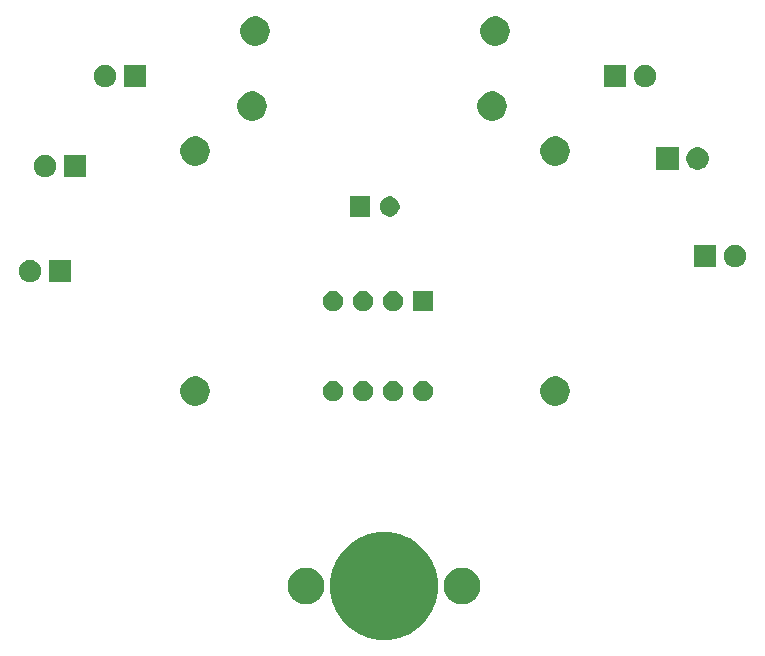
<source format=gbr>
G04 #@! TF.GenerationSoftware,KiCad,Pcbnew,(5.1.5-0)*
G04 #@! TF.CreationDate,2020-12-05T10:39:51+01:00*
G04 #@! TF.ProjectId,xmas_fablab2020,786d6173-5f66-4616-926c-616232303230,rev?*
G04 #@! TF.SameCoordinates,Original*
G04 #@! TF.FileFunction,Soldermask,Top*
G04 #@! TF.FilePolarity,Negative*
%FSLAX46Y46*%
G04 Gerber Fmt 4.6, Leading zero omitted, Abs format (unit mm)*
G04 Created by KiCad (PCBNEW (5.1.5-0)) date 2020-12-05 10:39:51*
%MOMM*%
%LPD*%
G04 APERTURE LIST*
%ADD10C,0.100000*%
G04 APERTURE END LIST*
D10*
G36*
X139249477Y-84523892D02*
G01*
X139592541Y-84665994D01*
X140077707Y-84866956D01*
X140823093Y-85365008D01*
X141456992Y-85998907D01*
X141955044Y-86744293D01*
X142156006Y-87229459D01*
X142298108Y-87572523D01*
X142473000Y-88451764D01*
X142473000Y-89348236D01*
X142298108Y-90227477D01*
X142156006Y-90570541D01*
X141955044Y-91055707D01*
X141456992Y-91801093D01*
X140823093Y-92434992D01*
X140077707Y-92933044D01*
X139592541Y-93134006D01*
X139249477Y-93276108D01*
X138370236Y-93451000D01*
X137473764Y-93451000D01*
X136594523Y-93276108D01*
X136251459Y-93134006D01*
X135766293Y-92933044D01*
X135020907Y-92434992D01*
X134387008Y-91801093D01*
X133888956Y-91055707D01*
X133687994Y-90570541D01*
X133545892Y-90227477D01*
X133371000Y-89348236D01*
X133371000Y-88451764D01*
X133545892Y-87572523D01*
X133687994Y-87229459D01*
X133888956Y-86744293D01*
X134387008Y-85998907D01*
X135020907Y-85365008D01*
X135766293Y-84866956D01*
X136251459Y-84665994D01*
X136594523Y-84523892D01*
X137473764Y-84349000D01*
X138370236Y-84349000D01*
X139249477Y-84523892D01*
G37*
G36*
X131624585Y-87378802D02*
G01*
X131774410Y-87408604D01*
X132056674Y-87525521D01*
X132310705Y-87695259D01*
X132526741Y-87911295D01*
X132696479Y-88165326D01*
X132813396Y-88447590D01*
X132873000Y-88747240D01*
X132873000Y-89052760D01*
X132813396Y-89352410D01*
X132696479Y-89634674D01*
X132526741Y-89888705D01*
X132310705Y-90104741D01*
X132056674Y-90274479D01*
X131774410Y-90391396D01*
X131624585Y-90421198D01*
X131474761Y-90451000D01*
X131169239Y-90451000D01*
X131019415Y-90421198D01*
X130869590Y-90391396D01*
X130587326Y-90274479D01*
X130333295Y-90104741D01*
X130117259Y-89888705D01*
X129947521Y-89634674D01*
X129830604Y-89352410D01*
X129771000Y-89052760D01*
X129771000Y-88747240D01*
X129830604Y-88447590D01*
X129947521Y-88165326D01*
X130117259Y-87911295D01*
X130333295Y-87695259D01*
X130587326Y-87525521D01*
X130869590Y-87408604D01*
X131019415Y-87378802D01*
X131169239Y-87349000D01*
X131474761Y-87349000D01*
X131624585Y-87378802D01*
G37*
G36*
X144824585Y-87378802D02*
G01*
X144974410Y-87408604D01*
X145256674Y-87525521D01*
X145510705Y-87695259D01*
X145726741Y-87911295D01*
X145896479Y-88165326D01*
X146013396Y-88447590D01*
X146073000Y-88747240D01*
X146073000Y-89052760D01*
X146013396Y-89352410D01*
X145896479Y-89634674D01*
X145726741Y-89888705D01*
X145510705Y-90104741D01*
X145256674Y-90274479D01*
X144974410Y-90391396D01*
X144824585Y-90421198D01*
X144674761Y-90451000D01*
X144369239Y-90451000D01*
X144219415Y-90421198D01*
X144069590Y-90391396D01*
X143787326Y-90274479D01*
X143533295Y-90104741D01*
X143317259Y-89888705D01*
X143147521Y-89634674D01*
X143030604Y-89352410D01*
X142971000Y-89052760D01*
X142971000Y-88747240D01*
X143030604Y-88447590D01*
X143147521Y-88165326D01*
X143317259Y-87911295D01*
X143533295Y-87695259D01*
X143787326Y-87525521D01*
X144069590Y-87408604D01*
X144219415Y-87378802D01*
X144369239Y-87349000D01*
X144674761Y-87349000D01*
X144824585Y-87378802D01*
G37*
G36*
X152764903Y-71187075D02*
G01*
X152992571Y-71281378D01*
X153197466Y-71418285D01*
X153371715Y-71592534D01*
X153508622Y-71797429D01*
X153602925Y-72025097D01*
X153651000Y-72266787D01*
X153651000Y-72513213D01*
X153602925Y-72754903D01*
X153508622Y-72982571D01*
X153371715Y-73187466D01*
X153197466Y-73361715D01*
X152992571Y-73498622D01*
X152992570Y-73498623D01*
X152992569Y-73498623D01*
X152764903Y-73592925D01*
X152523214Y-73641000D01*
X152276786Y-73641000D01*
X152035097Y-73592925D01*
X151807431Y-73498623D01*
X151807430Y-73498623D01*
X151807429Y-73498622D01*
X151602534Y-73361715D01*
X151428285Y-73187466D01*
X151291378Y-72982571D01*
X151197075Y-72754903D01*
X151149000Y-72513213D01*
X151149000Y-72266787D01*
X151197075Y-72025097D01*
X151291378Y-71797429D01*
X151428285Y-71592534D01*
X151602534Y-71418285D01*
X151807429Y-71281378D01*
X152035097Y-71187075D01*
X152276786Y-71139000D01*
X152523214Y-71139000D01*
X152764903Y-71187075D01*
G37*
G36*
X122284903Y-71187075D02*
G01*
X122512571Y-71281378D01*
X122717466Y-71418285D01*
X122891715Y-71592534D01*
X123028622Y-71797429D01*
X123122925Y-72025097D01*
X123171000Y-72266787D01*
X123171000Y-72513213D01*
X123122925Y-72754903D01*
X123028622Y-72982571D01*
X122891715Y-73187466D01*
X122717466Y-73361715D01*
X122512571Y-73498622D01*
X122512570Y-73498623D01*
X122512569Y-73498623D01*
X122284903Y-73592925D01*
X122043214Y-73641000D01*
X121796786Y-73641000D01*
X121555097Y-73592925D01*
X121327431Y-73498623D01*
X121327430Y-73498623D01*
X121327429Y-73498622D01*
X121122534Y-73361715D01*
X120948285Y-73187466D01*
X120811378Y-72982571D01*
X120717075Y-72754903D01*
X120669000Y-72513213D01*
X120669000Y-72266787D01*
X120717075Y-72025097D01*
X120811378Y-71797429D01*
X120948285Y-71592534D01*
X121122534Y-71418285D01*
X121327429Y-71281378D01*
X121555097Y-71187075D01*
X121796786Y-71139000D01*
X122043214Y-71139000D01*
X122284903Y-71187075D01*
G37*
G36*
X136392228Y-71571703D02*
G01*
X136547100Y-71635853D01*
X136686481Y-71728985D01*
X136805015Y-71847519D01*
X136898147Y-71986900D01*
X136962297Y-72141772D01*
X136995000Y-72306184D01*
X136995000Y-72473816D01*
X136962297Y-72638228D01*
X136898147Y-72793100D01*
X136805015Y-72932481D01*
X136686481Y-73051015D01*
X136547100Y-73144147D01*
X136392228Y-73208297D01*
X136227816Y-73241000D01*
X136060184Y-73241000D01*
X135895772Y-73208297D01*
X135740900Y-73144147D01*
X135601519Y-73051015D01*
X135482985Y-72932481D01*
X135389853Y-72793100D01*
X135325703Y-72638228D01*
X135293000Y-72473816D01*
X135293000Y-72306184D01*
X135325703Y-72141772D01*
X135389853Y-71986900D01*
X135482985Y-71847519D01*
X135601519Y-71728985D01*
X135740900Y-71635853D01*
X135895772Y-71571703D01*
X136060184Y-71539000D01*
X136227816Y-71539000D01*
X136392228Y-71571703D01*
G37*
G36*
X133852228Y-71571703D02*
G01*
X134007100Y-71635853D01*
X134146481Y-71728985D01*
X134265015Y-71847519D01*
X134358147Y-71986900D01*
X134422297Y-72141772D01*
X134455000Y-72306184D01*
X134455000Y-72473816D01*
X134422297Y-72638228D01*
X134358147Y-72793100D01*
X134265015Y-72932481D01*
X134146481Y-73051015D01*
X134007100Y-73144147D01*
X133852228Y-73208297D01*
X133687816Y-73241000D01*
X133520184Y-73241000D01*
X133355772Y-73208297D01*
X133200900Y-73144147D01*
X133061519Y-73051015D01*
X132942985Y-72932481D01*
X132849853Y-72793100D01*
X132785703Y-72638228D01*
X132753000Y-72473816D01*
X132753000Y-72306184D01*
X132785703Y-72141772D01*
X132849853Y-71986900D01*
X132942985Y-71847519D01*
X133061519Y-71728985D01*
X133200900Y-71635853D01*
X133355772Y-71571703D01*
X133520184Y-71539000D01*
X133687816Y-71539000D01*
X133852228Y-71571703D01*
G37*
G36*
X138932228Y-71571703D02*
G01*
X139087100Y-71635853D01*
X139226481Y-71728985D01*
X139345015Y-71847519D01*
X139438147Y-71986900D01*
X139502297Y-72141772D01*
X139535000Y-72306184D01*
X139535000Y-72473816D01*
X139502297Y-72638228D01*
X139438147Y-72793100D01*
X139345015Y-72932481D01*
X139226481Y-73051015D01*
X139087100Y-73144147D01*
X138932228Y-73208297D01*
X138767816Y-73241000D01*
X138600184Y-73241000D01*
X138435772Y-73208297D01*
X138280900Y-73144147D01*
X138141519Y-73051015D01*
X138022985Y-72932481D01*
X137929853Y-72793100D01*
X137865703Y-72638228D01*
X137833000Y-72473816D01*
X137833000Y-72306184D01*
X137865703Y-72141772D01*
X137929853Y-71986900D01*
X138022985Y-71847519D01*
X138141519Y-71728985D01*
X138280900Y-71635853D01*
X138435772Y-71571703D01*
X138600184Y-71539000D01*
X138767816Y-71539000D01*
X138932228Y-71571703D01*
G37*
G36*
X141472228Y-71571703D02*
G01*
X141627100Y-71635853D01*
X141766481Y-71728985D01*
X141885015Y-71847519D01*
X141978147Y-71986900D01*
X142042297Y-72141772D01*
X142075000Y-72306184D01*
X142075000Y-72473816D01*
X142042297Y-72638228D01*
X141978147Y-72793100D01*
X141885015Y-72932481D01*
X141766481Y-73051015D01*
X141627100Y-73144147D01*
X141472228Y-73208297D01*
X141307816Y-73241000D01*
X141140184Y-73241000D01*
X140975772Y-73208297D01*
X140820900Y-73144147D01*
X140681519Y-73051015D01*
X140562985Y-72932481D01*
X140469853Y-72793100D01*
X140405703Y-72638228D01*
X140373000Y-72473816D01*
X140373000Y-72306184D01*
X140405703Y-72141772D01*
X140469853Y-71986900D01*
X140562985Y-71847519D01*
X140681519Y-71728985D01*
X140820900Y-71635853D01*
X140975772Y-71571703D01*
X141140184Y-71539000D01*
X141307816Y-71539000D01*
X141472228Y-71571703D01*
G37*
G36*
X142075000Y-65621000D02*
G01*
X140373000Y-65621000D01*
X140373000Y-63919000D01*
X142075000Y-63919000D01*
X142075000Y-65621000D01*
G37*
G36*
X133852228Y-63951703D02*
G01*
X134007100Y-64015853D01*
X134146481Y-64108985D01*
X134265015Y-64227519D01*
X134358147Y-64366900D01*
X134422297Y-64521772D01*
X134455000Y-64686184D01*
X134455000Y-64853816D01*
X134422297Y-65018228D01*
X134358147Y-65173100D01*
X134265015Y-65312481D01*
X134146481Y-65431015D01*
X134007100Y-65524147D01*
X133852228Y-65588297D01*
X133687816Y-65621000D01*
X133520184Y-65621000D01*
X133355772Y-65588297D01*
X133200900Y-65524147D01*
X133061519Y-65431015D01*
X132942985Y-65312481D01*
X132849853Y-65173100D01*
X132785703Y-65018228D01*
X132753000Y-64853816D01*
X132753000Y-64686184D01*
X132785703Y-64521772D01*
X132849853Y-64366900D01*
X132942985Y-64227519D01*
X133061519Y-64108985D01*
X133200900Y-64015853D01*
X133355772Y-63951703D01*
X133520184Y-63919000D01*
X133687816Y-63919000D01*
X133852228Y-63951703D01*
G37*
G36*
X136392228Y-63951703D02*
G01*
X136547100Y-64015853D01*
X136686481Y-64108985D01*
X136805015Y-64227519D01*
X136898147Y-64366900D01*
X136962297Y-64521772D01*
X136995000Y-64686184D01*
X136995000Y-64853816D01*
X136962297Y-65018228D01*
X136898147Y-65173100D01*
X136805015Y-65312481D01*
X136686481Y-65431015D01*
X136547100Y-65524147D01*
X136392228Y-65588297D01*
X136227816Y-65621000D01*
X136060184Y-65621000D01*
X135895772Y-65588297D01*
X135740900Y-65524147D01*
X135601519Y-65431015D01*
X135482985Y-65312481D01*
X135389853Y-65173100D01*
X135325703Y-65018228D01*
X135293000Y-64853816D01*
X135293000Y-64686184D01*
X135325703Y-64521772D01*
X135389853Y-64366900D01*
X135482985Y-64227519D01*
X135601519Y-64108985D01*
X135740900Y-64015853D01*
X135895772Y-63951703D01*
X136060184Y-63919000D01*
X136227816Y-63919000D01*
X136392228Y-63951703D01*
G37*
G36*
X138932228Y-63951703D02*
G01*
X139087100Y-64015853D01*
X139226481Y-64108985D01*
X139345015Y-64227519D01*
X139438147Y-64366900D01*
X139502297Y-64521772D01*
X139535000Y-64686184D01*
X139535000Y-64853816D01*
X139502297Y-65018228D01*
X139438147Y-65173100D01*
X139345015Y-65312481D01*
X139226481Y-65431015D01*
X139087100Y-65524147D01*
X138932228Y-65588297D01*
X138767816Y-65621000D01*
X138600184Y-65621000D01*
X138435772Y-65588297D01*
X138280900Y-65524147D01*
X138141519Y-65431015D01*
X138022985Y-65312481D01*
X137929853Y-65173100D01*
X137865703Y-65018228D01*
X137833000Y-64853816D01*
X137833000Y-64686184D01*
X137865703Y-64521772D01*
X137929853Y-64366900D01*
X138022985Y-64227519D01*
X138141519Y-64108985D01*
X138280900Y-64015853D01*
X138435772Y-63951703D01*
X138600184Y-63919000D01*
X138767816Y-63919000D01*
X138932228Y-63951703D01*
G37*
G36*
X108227395Y-61315546D02*
G01*
X108400466Y-61387234D01*
X108477818Y-61438919D01*
X108556227Y-61491310D01*
X108688690Y-61623773D01*
X108688691Y-61623775D01*
X108792766Y-61779534D01*
X108864454Y-61952605D01*
X108901000Y-62136333D01*
X108901000Y-62323667D01*
X108864454Y-62507395D01*
X108792766Y-62680466D01*
X108792765Y-62680467D01*
X108688690Y-62836227D01*
X108556227Y-62968690D01*
X108477818Y-63021081D01*
X108400466Y-63072766D01*
X108227395Y-63144454D01*
X108043667Y-63181000D01*
X107856333Y-63181000D01*
X107672605Y-63144454D01*
X107499534Y-63072766D01*
X107422182Y-63021081D01*
X107343773Y-62968690D01*
X107211310Y-62836227D01*
X107107235Y-62680467D01*
X107107234Y-62680466D01*
X107035546Y-62507395D01*
X106999000Y-62323667D01*
X106999000Y-62136333D01*
X107035546Y-61952605D01*
X107107234Y-61779534D01*
X107211309Y-61623775D01*
X107211310Y-61623773D01*
X107343773Y-61491310D01*
X107422182Y-61438919D01*
X107499534Y-61387234D01*
X107672605Y-61315546D01*
X107856333Y-61279000D01*
X108043667Y-61279000D01*
X108227395Y-61315546D01*
G37*
G36*
X111441000Y-63181000D02*
G01*
X109539000Y-63181000D01*
X109539000Y-61279000D01*
X111441000Y-61279000D01*
X111441000Y-63181000D01*
G37*
G36*
X166051000Y-61911000D02*
G01*
X164149000Y-61911000D01*
X164149000Y-60009000D01*
X166051000Y-60009000D01*
X166051000Y-61911000D01*
G37*
G36*
X167917395Y-60045546D02*
G01*
X168090466Y-60117234D01*
X168090467Y-60117235D01*
X168246227Y-60221310D01*
X168378690Y-60353773D01*
X168378691Y-60353775D01*
X168482766Y-60509534D01*
X168554454Y-60682605D01*
X168591000Y-60866333D01*
X168591000Y-61053667D01*
X168554454Y-61237395D01*
X168482766Y-61410466D01*
X168482765Y-61410467D01*
X168378690Y-61566227D01*
X168246227Y-61698690D01*
X168167818Y-61751081D01*
X168090466Y-61802766D01*
X167917395Y-61874454D01*
X167733667Y-61911000D01*
X167546333Y-61911000D01*
X167362605Y-61874454D01*
X167189534Y-61802766D01*
X167112182Y-61751081D01*
X167033773Y-61698690D01*
X166901310Y-61566227D01*
X166797235Y-61410467D01*
X166797234Y-61410466D01*
X166725546Y-61237395D01*
X166689000Y-61053667D01*
X166689000Y-60866333D01*
X166725546Y-60682605D01*
X166797234Y-60509534D01*
X166901309Y-60353775D01*
X166901310Y-60353773D01*
X167033773Y-60221310D01*
X167189533Y-60117235D01*
X167189534Y-60117234D01*
X167362605Y-60045546D01*
X167546333Y-60009000D01*
X167733667Y-60009000D01*
X167917395Y-60045546D01*
G37*
G36*
X138638228Y-55950703D02*
G01*
X138793100Y-56014853D01*
X138932481Y-56107985D01*
X139051015Y-56226519D01*
X139144147Y-56365900D01*
X139208297Y-56520772D01*
X139241000Y-56685184D01*
X139241000Y-56852816D01*
X139208297Y-57017228D01*
X139144147Y-57172100D01*
X139051015Y-57311481D01*
X138932481Y-57430015D01*
X138793100Y-57523147D01*
X138638228Y-57587297D01*
X138473816Y-57620000D01*
X138306184Y-57620000D01*
X138141772Y-57587297D01*
X137986900Y-57523147D01*
X137847519Y-57430015D01*
X137728985Y-57311481D01*
X137635853Y-57172100D01*
X137571703Y-57017228D01*
X137539000Y-56852816D01*
X137539000Y-56685184D01*
X137571703Y-56520772D01*
X137635853Y-56365900D01*
X137728985Y-56226519D01*
X137847519Y-56107985D01*
X137986900Y-56014853D01*
X138141772Y-55950703D01*
X138306184Y-55918000D01*
X138473816Y-55918000D01*
X138638228Y-55950703D01*
G37*
G36*
X136741000Y-57620000D02*
G01*
X135039000Y-57620000D01*
X135039000Y-55918000D01*
X136741000Y-55918000D01*
X136741000Y-57620000D01*
G37*
G36*
X112711000Y-54291000D02*
G01*
X110809000Y-54291000D01*
X110809000Y-52389000D01*
X112711000Y-52389000D01*
X112711000Y-54291000D01*
G37*
G36*
X109497395Y-52425546D02*
G01*
X109670466Y-52497234D01*
X109670467Y-52497235D01*
X109826227Y-52601310D01*
X109958690Y-52733773D01*
X109958691Y-52733775D01*
X110062766Y-52889534D01*
X110134454Y-53062605D01*
X110171000Y-53246333D01*
X110171000Y-53433667D01*
X110134454Y-53617395D01*
X110062766Y-53790466D01*
X110062765Y-53790467D01*
X109958690Y-53946227D01*
X109826227Y-54078690D01*
X109747818Y-54131081D01*
X109670466Y-54182766D01*
X109497395Y-54254454D01*
X109313667Y-54291000D01*
X109126333Y-54291000D01*
X108942605Y-54254454D01*
X108769534Y-54182766D01*
X108692182Y-54131081D01*
X108613773Y-54078690D01*
X108481310Y-53946227D01*
X108377235Y-53790467D01*
X108377234Y-53790466D01*
X108305546Y-53617395D01*
X108269000Y-53433667D01*
X108269000Y-53246333D01*
X108305546Y-53062605D01*
X108377234Y-52889534D01*
X108481309Y-52733775D01*
X108481310Y-52733773D01*
X108613773Y-52601310D01*
X108769533Y-52497235D01*
X108769534Y-52497234D01*
X108942605Y-52425546D01*
X109126333Y-52389000D01*
X109313667Y-52389000D01*
X109497395Y-52425546D01*
G37*
G36*
X164742395Y-51790546D02*
G01*
X164915466Y-51862234D01*
X164915467Y-51862235D01*
X165071227Y-51966310D01*
X165203690Y-52098773D01*
X165203691Y-52098775D01*
X165307766Y-52254534D01*
X165379454Y-52427605D01*
X165416000Y-52611333D01*
X165416000Y-52798667D01*
X165379454Y-52982395D01*
X165307766Y-53155466D01*
X165292293Y-53178623D01*
X165203690Y-53311227D01*
X165071227Y-53443690D01*
X164992818Y-53496081D01*
X164915466Y-53547766D01*
X164742395Y-53619454D01*
X164558667Y-53656000D01*
X164371333Y-53656000D01*
X164187605Y-53619454D01*
X164014534Y-53547766D01*
X163937182Y-53496081D01*
X163858773Y-53443690D01*
X163726310Y-53311227D01*
X163637707Y-53178623D01*
X163622234Y-53155466D01*
X163550546Y-52982395D01*
X163514000Y-52798667D01*
X163514000Y-52611333D01*
X163550546Y-52427605D01*
X163622234Y-52254534D01*
X163726309Y-52098775D01*
X163726310Y-52098773D01*
X163858773Y-51966310D01*
X164014533Y-51862235D01*
X164014534Y-51862234D01*
X164187605Y-51790546D01*
X164371333Y-51754000D01*
X164558667Y-51754000D01*
X164742395Y-51790546D01*
G37*
G36*
X162876000Y-53656000D02*
G01*
X160974000Y-53656000D01*
X160974000Y-51754000D01*
X162876000Y-51754000D01*
X162876000Y-53656000D01*
G37*
G36*
X152764903Y-50867075D02*
G01*
X152992571Y-50961378D01*
X153197466Y-51098285D01*
X153371715Y-51272534D01*
X153371716Y-51272536D01*
X153508623Y-51477431D01*
X153602925Y-51705097D01*
X153651000Y-51946786D01*
X153651000Y-52193214D01*
X153602925Y-52434903D01*
X153529846Y-52611333D01*
X153508622Y-52662571D01*
X153371715Y-52867466D01*
X153197466Y-53041715D01*
X152992571Y-53178622D01*
X152992570Y-53178623D01*
X152992569Y-53178623D01*
X152764903Y-53272925D01*
X152523214Y-53321000D01*
X152276786Y-53321000D01*
X152035097Y-53272925D01*
X151807431Y-53178623D01*
X151807430Y-53178623D01*
X151807429Y-53178622D01*
X151602534Y-53041715D01*
X151428285Y-52867466D01*
X151291378Y-52662571D01*
X151270155Y-52611333D01*
X151197075Y-52434903D01*
X151149000Y-52193214D01*
X151149000Y-51946786D01*
X151197075Y-51705097D01*
X151291377Y-51477431D01*
X151428284Y-51272536D01*
X151428285Y-51272534D01*
X151602534Y-51098285D01*
X151807429Y-50961378D01*
X152035097Y-50867075D01*
X152276786Y-50819000D01*
X152523214Y-50819000D01*
X152764903Y-50867075D01*
G37*
G36*
X122284903Y-50867075D02*
G01*
X122512571Y-50961378D01*
X122717466Y-51098285D01*
X122891715Y-51272534D01*
X122891716Y-51272536D01*
X123028623Y-51477431D01*
X123122925Y-51705097D01*
X123171000Y-51946786D01*
X123171000Y-52193214D01*
X123122925Y-52434903D01*
X123049846Y-52611333D01*
X123028622Y-52662571D01*
X122891715Y-52867466D01*
X122717466Y-53041715D01*
X122512571Y-53178622D01*
X122512570Y-53178623D01*
X122512569Y-53178623D01*
X122284903Y-53272925D01*
X122043214Y-53321000D01*
X121796786Y-53321000D01*
X121555097Y-53272925D01*
X121327431Y-53178623D01*
X121327430Y-53178623D01*
X121327429Y-53178622D01*
X121122534Y-53041715D01*
X120948285Y-52867466D01*
X120811378Y-52662571D01*
X120790155Y-52611333D01*
X120717075Y-52434903D01*
X120669000Y-52193214D01*
X120669000Y-51946786D01*
X120717075Y-51705097D01*
X120811377Y-51477431D01*
X120948284Y-51272536D01*
X120948285Y-51272534D01*
X121122534Y-51098285D01*
X121327429Y-50961378D01*
X121555097Y-50867075D01*
X121796786Y-50819000D01*
X122043214Y-50819000D01*
X122284903Y-50867075D01*
G37*
G36*
X147430903Y-47057075D02*
G01*
X147658571Y-47151378D01*
X147863466Y-47288285D01*
X148037715Y-47462534D01*
X148174622Y-47667429D01*
X148268925Y-47895097D01*
X148317000Y-48136787D01*
X148317000Y-48383213D01*
X148268925Y-48624903D01*
X148174622Y-48852571D01*
X148037715Y-49057466D01*
X147863466Y-49231715D01*
X147658571Y-49368622D01*
X147658570Y-49368623D01*
X147658569Y-49368623D01*
X147430903Y-49462925D01*
X147189214Y-49511000D01*
X146942786Y-49511000D01*
X146701097Y-49462925D01*
X146473431Y-49368623D01*
X146473430Y-49368623D01*
X146473429Y-49368622D01*
X146268534Y-49231715D01*
X146094285Y-49057466D01*
X145957378Y-48852571D01*
X145863075Y-48624903D01*
X145815000Y-48383213D01*
X145815000Y-48136787D01*
X145863075Y-47895097D01*
X145957378Y-47667429D01*
X146094285Y-47462534D01*
X146268534Y-47288285D01*
X146473429Y-47151378D01*
X146701097Y-47057075D01*
X146942786Y-47009000D01*
X147189214Y-47009000D01*
X147430903Y-47057075D01*
G37*
G36*
X127110903Y-47057075D02*
G01*
X127338571Y-47151378D01*
X127543466Y-47288285D01*
X127717715Y-47462534D01*
X127854622Y-47667429D01*
X127948925Y-47895097D01*
X127997000Y-48136787D01*
X127997000Y-48383213D01*
X127948925Y-48624903D01*
X127854622Y-48852571D01*
X127717715Y-49057466D01*
X127543466Y-49231715D01*
X127338571Y-49368622D01*
X127338570Y-49368623D01*
X127338569Y-49368623D01*
X127110903Y-49462925D01*
X126869214Y-49511000D01*
X126622786Y-49511000D01*
X126381097Y-49462925D01*
X126153431Y-49368623D01*
X126153430Y-49368623D01*
X126153429Y-49368622D01*
X125948534Y-49231715D01*
X125774285Y-49057466D01*
X125637378Y-48852571D01*
X125543075Y-48624903D01*
X125495000Y-48383213D01*
X125495000Y-48136787D01*
X125543075Y-47895097D01*
X125637378Y-47667429D01*
X125774285Y-47462534D01*
X125948534Y-47288285D01*
X126153429Y-47151378D01*
X126381097Y-47057075D01*
X126622786Y-47009000D01*
X126869214Y-47009000D01*
X127110903Y-47057075D01*
G37*
G36*
X114577395Y-44805546D02*
G01*
X114750466Y-44877234D01*
X114750467Y-44877235D01*
X114906227Y-44981310D01*
X115038690Y-45113773D01*
X115038691Y-45113775D01*
X115142766Y-45269534D01*
X115214454Y-45442605D01*
X115251000Y-45626333D01*
X115251000Y-45813667D01*
X115214454Y-45997395D01*
X115142766Y-46170466D01*
X115142765Y-46170467D01*
X115038690Y-46326227D01*
X114906227Y-46458690D01*
X114827818Y-46511081D01*
X114750466Y-46562766D01*
X114577395Y-46634454D01*
X114393667Y-46671000D01*
X114206333Y-46671000D01*
X114022605Y-46634454D01*
X113849534Y-46562766D01*
X113772182Y-46511081D01*
X113693773Y-46458690D01*
X113561310Y-46326227D01*
X113457235Y-46170467D01*
X113457234Y-46170466D01*
X113385546Y-45997395D01*
X113349000Y-45813667D01*
X113349000Y-45626333D01*
X113385546Y-45442605D01*
X113457234Y-45269534D01*
X113561309Y-45113775D01*
X113561310Y-45113773D01*
X113693773Y-44981310D01*
X113849533Y-44877235D01*
X113849534Y-44877234D01*
X114022605Y-44805546D01*
X114206333Y-44769000D01*
X114393667Y-44769000D01*
X114577395Y-44805546D01*
G37*
G36*
X117791000Y-46671000D02*
G01*
X115889000Y-46671000D01*
X115889000Y-44769000D01*
X117791000Y-44769000D01*
X117791000Y-46671000D01*
G37*
G36*
X158431000Y-46671000D02*
G01*
X156529000Y-46671000D01*
X156529000Y-44769000D01*
X158431000Y-44769000D01*
X158431000Y-46671000D01*
G37*
G36*
X160297395Y-44805546D02*
G01*
X160470466Y-44877234D01*
X160470467Y-44877235D01*
X160626227Y-44981310D01*
X160758690Y-45113773D01*
X160758691Y-45113775D01*
X160862766Y-45269534D01*
X160934454Y-45442605D01*
X160971000Y-45626333D01*
X160971000Y-45813667D01*
X160934454Y-45997395D01*
X160862766Y-46170466D01*
X160862765Y-46170467D01*
X160758690Y-46326227D01*
X160626227Y-46458690D01*
X160547818Y-46511081D01*
X160470466Y-46562766D01*
X160297395Y-46634454D01*
X160113667Y-46671000D01*
X159926333Y-46671000D01*
X159742605Y-46634454D01*
X159569534Y-46562766D01*
X159492182Y-46511081D01*
X159413773Y-46458690D01*
X159281310Y-46326227D01*
X159177235Y-46170467D01*
X159177234Y-46170466D01*
X159105546Y-45997395D01*
X159069000Y-45813667D01*
X159069000Y-45626333D01*
X159105546Y-45442605D01*
X159177234Y-45269534D01*
X159281309Y-45113775D01*
X159281310Y-45113773D01*
X159413773Y-44981310D01*
X159569533Y-44877235D01*
X159569534Y-44877234D01*
X159742605Y-44805546D01*
X159926333Y-44769000D01*
X160113667Y-44769000D01*
X160297395Y-44805546D01*
G37*
G36*
X147684903Y-40707075D02*
G01*
X147912571Y-40801378D01*
X148117466Y-40938285D01*
X148291715Y-41112534D01*
X148428622Y-41317429D01*
X148522925Y-41545097D01*
X148571000Y-41786787D01*
X148571000Y-42033213D01*
X148522925Y-42274903D01*
X148428622Y-42502571D01*
X148291715Y-42707466D01*
X148117466Y-42881715D01*
X147912571Y-43018622D01*
X147912570Y-43018623D01*
X147912569Y-43018623D01*
X147684903Y-43112925D01*
X147443214Y-43161000D01*
X147196786Y-43161000D01*
X146955097Y-43112925D01*
X146727431Y-43018623D01*
X146727430Y-43018623D01*
X146727429Y-43018622D01*
X146522534Y-42881715D01*
X146348285Y-42707466D01*
X146211378Y-42502571D01*
X146117075Y-42274903D01*
X146069000Y-42033213D01*
X146069000Y-41786787D01*
X146117075Y-41545097D01*
X146211378Y-41317429D01*
X146348285Y-41112534D01*
X146522534Y-40938285D01*
X146727429Y-40801378D01*
X146955097Y-40707075D01*
X147196786Y-40659000D01*
X147443214Y-40659000D01*
X147684903Y-40707075D01*
G37*
G36*
X127364903Y-40707075D02*
G01*
X127592571Y-40801378D01*
X127797466Y-40938285D01*
X127971715Y-41112534D01*
X128108622Y-41317429D01*
X128202925Y-41545097D01*
X128251000Y-41786787D01*
X128251000Y-42033213D01*
X128202925Y-42274903D01*
X128108622Y-42502571D01*
X127971715Y-42707466D01*
X127797466Y-42881715D01*
X127592571Y-43018622D01*
X127592570Y-43018623D01*
X127592569Y-43018623D01*
X127364903Y-43112925D01*
X127123214Y-43161000D01*
X126876786Y-43161000D01*
X126635097Y-43112925D01*
X126407431Y-43018623D01*
X126407430Y-43018623D01*
X126407429Y-43018622D01*
X126202534Y-42881715D01*
X126028285Y-42707466D01*
X125891378Y-42502571D01*
X125797075Y-42274903D01*
X125749000Y-42033213D01*
X125749000Y-41786787D01*
X125797075Y-41545097D01*
X125891378Y-41317429D01*
X126028285Y-41112534D01*
X126202534Y-40938285D01*
X126407429Y-40801378D01*
X126635097Y-40707075D01*
X126876786Y-40659000D01*
X127123214Y-40659000D01*
X127364903Y-40707075D01*
G37*
M02*

</source>
